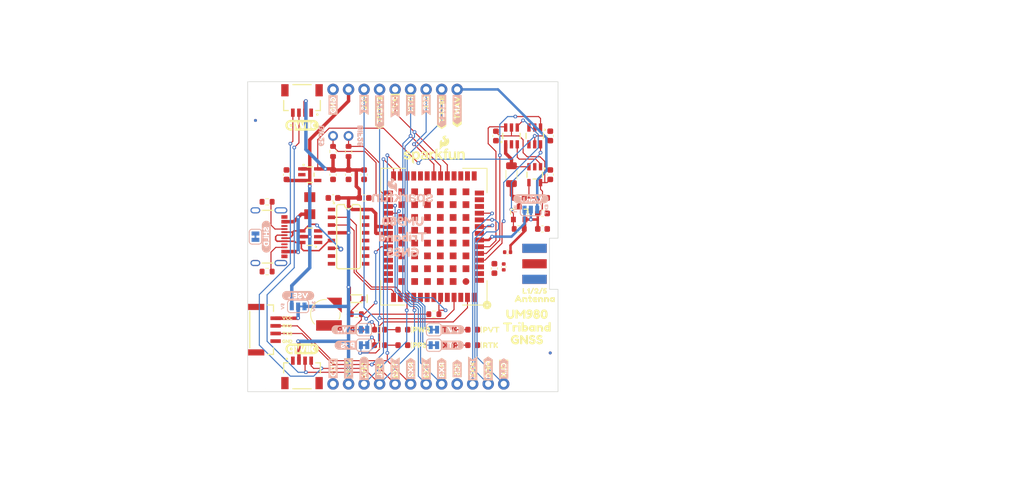
<source format=kicad_pcb>
(kicad_pcb (version 20221018) (generator pcbnew)
  (layers (0 "F.Cu" signal) (31 "B.Cu" signal) (34 "B.Paste" user) (35 "F.Paste" user) (36 "B.SilkS" user "B.Silkscreen") (37 "F.SilkS" user "F.Silkscreen") (38 "B.Mask" user) (39 "F.Mask" user) (44 "Edge.Cuts" user))
  (net 0 "")
  (net 1 "GND")
  (net 2 "+5V")
  (net 3 "+3.3V")
  (net 4 "Net-(F1-Pad1)")
  (net 5 "Net-(J1-CC1)")
  (net 6 "Net-(J1-CC2)")
  (net 8 "SDA")
  (net 9 "VCC_RF")
  (net 10 "ANT_BIAS")
  (net 11 "V_ANT_EXT")
  (net 12 "V_BCKP")
  (net 13 "Net-(D6-A2)")
  (net 14 "ANT_IN")
  (net 15 "SCL")
  (net 16 "Net-(D2-A)")
  (net 17 "Net-(D3-A)")
  (net 18 "Net-(D4-A)")
  (net 19 "PPS")
  (net 20 "RTK_STAT")
  (net 21 "PVT_STAT")
  (net 22 "RXD1")
  (net 23 "TXD1")
  (net 24 "SPI_~{CS}")
  (net 25 "SPI_PICO")
  (net 26 "SPI_CLK")
  (net 27 "SPI_POCI")
  (net 28 "ERR_STAT")
  (net 29 "RXD2")
  (net 30 "TXD2")
  (net 31 "TXD3")
  (net 32 "RXD3")
  (net 33 "EVENT")
  (net 34 "~{RESET}")
  (net 35 "ANT_OFF")
  (net 36 "ANT_DETECT")
  (net 37 "~{ANT_SHORT}")
  (net 38 "Net-(U5-BIF_28)")
  (net 39 "Net-(U5-BIF_29)")
  (net 40 "Net-(D5-PadC)")
  (net 41 "/D+")
  (net 42 "/D-")
  (net 43 "Net-(J6-Pin_1)")
  (net 44 "Net-(JP2-A)")
  (net 45 "Net-(JP3-A)")
  (net 46 "Net-(JP4-A)")
  (net 47 "Net-(JP5-A)")
  (net 48 "Net-(Q2-D)")
  (net 49 "Net-(Q2-G)")
  (net 50 "Net-(U3A--)")
  (net 51 "Net-(U3A-+)")
  (net 54 "Net-(U3-Pad1)")
  (net 64 "Net-(D1-A)")
  (net 65 "Net-(J1-SHIELD)")
  (footprint "SparkFun-Resistor:R_0603_1608Metric" (layer "F.Cu") (at 149.86 120.65)
    (fp_text reference "R10")
    (fp_text value "100k")
  )
  (footprint "kibuzzard-64C2E9FD" (layer "F.Cu") (at 147.306812 143.878694)
    (fp_text reference "kibuzzard-64C2E9FD" hide)
    (fp_text value "G***" hide)
  )
  (footprint "kibuzzard-64C2E9F9" (layer "F.Cu") (at 147.306812 141.778694)
    (fp_text reference "kibuzzard-64C2E9F9" hide)
    (fp_text value "G***" hide)
  )
  (footprint "SparkFun-Capacitor:C_0603_1608Metric" (layer "F.Cu") (at 151.13 116.84 90)
    (fp_text reference "C9")
    (fp_text value "0.1uF")
  )
  (footprint "kibuzzard-64C2E93D" (layer "F.Cu") (at 108.077 140.335)
    (fp_text reference "kibuzzard-64C2E93D" hide)
    (fp_text value "G***" hide)
  )
  (footprint "kibuzzard-64C2E6A3" (layer "F.Cu") (at 130.048 142.24)
    (fp_text reference "kibuzzard-64C2E6A3" hide)
    (fp_text value "G***" hide)
  )
  (footprint "SparkFun-LED:LED_0603_1608Metric" (layer "F.Cu") (at 127 144.78 180)
    (fp_text reference "D4")
    (fp_text value "Yellow")
  )
  (footprint "SparkFun-Semiconductor-Standard:SOT23-3" (layer "F.Cu") (at 146.05 123.19 90)
    (fp_text reference "Q2")
    (fp_text value "DMG2305UX")
  )
  (footprint "kibuzzard-64C2D8B7" (layer "F.Cu") (at 130.81 148.59 90)
    (fp_text reference "kibuzzard-64C2D8B7" hide)
    (fp_text value "G***" hide)
  )
  (footprint "SparkFun-Aesthetic:Fiducial_0.5mm_Mask1mm" (layer "F.Cu") (at 102.87 107.95)
    (fp_text reference "FID3")
    (fp_text value "Fiducial_0.5")
  )
  (footprint "SparkFun-Resistor:R_0603_1608Metric" (layer "F.Cu") (at 118.11 113.03 90)
    (fp_text reference "R14")
    (fp_text value "10k")
  )
  (footprint "kibuzzard-64C2E40D" (layer "F.Cu") (at 115.57 105.41 90)
    (fp_text reference "kibuzzard-64C2E40D" hide)
    (fp_text value "G***" hide)
  )
  (footprint "SparkFun-Resistor:R_0603_1608Metric" (layer "F.Cu") (at 134.62 144.78)
    (fp_text reference "R3")
    (fp_text value "1k")
  )
  (footprint "SparkFun-Connector:1X12" (layer "F.Cu") (at 143.51 151.13 180)
    (fp_text reference "J2")
    (fp_text value "Conn_01x12")
  )
  (footprint "SparkFun-Capacitor:C_0603_1608Metric" (layer "F.Cu") (at 118.11 116.84 -90)
    (fp_text reference "C5")
    (fp_text value "100pF")
  )
  (footprint "SparkFun-Resistor:R_0603_1608Metric" (layer "F.Cu") (at 134.62 142.24)
    (fp_text reference "R6")
    (fp_text value "2.2k")
  )
  (footprint "SparkFun-Capacitor:C_0603_1608Metric" (layer "F.Cu") (at 151.13 110.49 90)
    (fp_text reference "C11")
    (fp_text value "0.1uF")
  )
  (footprint "SparkFun-Connector:USB-C-16P" (layer "F.Cu") (at 107.95 127 -90)
    (fp_text reference "J1")
    (fp_text value "USB_C_Receptacle")
  )
  (footprint "SparkFun-Hardware:STAND-OFF" (layer "F.Cu") (at 149.86 149.86)
    (fp_text reference "ST2")
    (fp_text value "Stand_off")
  )
  (footprint "SparkFun-Resistor:R_0603_1608Metric" (layer "F.Cu") (at 146.05 120.65)
    (fp_text reference "R9")
    (fp_text value "10k")
  )
  (footprint "SparkFun-Resistor:R_0603_1608Metric" (layer "F.Cu") (at 146.05 125.73 180)
    (fp_text reference "R8")
    (fp_text value "100k")
  )
  (footprint "SparkFun-Semiconductor-Standard:SOT23-6" (layer "F.Cu") (at 144.78 110.49 90)
    (fp_text reference "U4")
    (fp_text value "74LVC2G07")
  )
  (footprint "SparkFun-Aesthetic:Ordering_Instructions" (layer "F.Cu") (at 165.1 101.6)
    (fp_text reference "U7" hide)
    (fp_text value "~" hide)
  )
  (footprint "kibuzzard-64C2E6BD" (layer "F.Cu") (at 129.794 144.78)
    (fp_text reference "kibuzzard-64C2E6BD" hide)
    (fp_text value "G***" hide)
  )
  (footprint "SparkFun-Connector:JST-4-SMD-1.25MM-LOCKING" (layer "F.Cu") (at 102.87 142.24 -90)
    (fp_text reference "J6")
    (fp_text value "JST_Locking_4")
  )
  (footprint "kibuzzard-64C2EB16" (layer "F.Cu") (at 148.59 137.16)
    (fp_text reference "kibuzzard-64C2EB16" hide)
    (fp_text value "G***" hide)
  )
  (footprint "SparkFun-Semiconductor-Standard:SOD-323" (layer "F.Cu") (at 119.38 137.16 180)
    (fp_text reference "D5")
    (fp_text value "PMEG4005EJ")
  )
  (footprint "SparkFun-Aesthetic:qwiic_5.5mm" (layer "F.Cu") (at 110.513342 145.37739)
    (fp_text reference "G2" hide)
    (fp_text value "LOGO" hide)
  )
  (footprint "SparkFun-Connector:1X09" (layer "F.Cu") (at 135.89 102.87 180)
    (fp_text reference "J8")
    (fp_text value "Conn_01x09")
  )
  (footprint "SparkFun-Resistor:R_0603_1608Metric" (layer "F.Cu") (at 104.775 121.285 180)
    (fp_text reference "R2")
    (fp_text value "5.1k")
  )
  (footprint "SparkFun-Resistor:R_0603_1608Metric" (layer "F.Cu") (at 123.19 144.78)
    (fp_text reference "R5")
    (fp_text value "2.2k")
  )
  (footprint "SparkFun-LED:LED_0603_1608Metric" (layer "F.Cu") (at 127 142.24 180)
    (fp_text reference "D1")
    (fp_text value "Red")
  )
  (footprint "SparkFun-Resistor:R_0603_1608Metric" (layer "F.Cu") (at 123.19 142.24)
    (fp_text reference "R4")
    (fp_text value "1k")
  )
  (footprint "kibuzzard-64C2E4C6" (layer "F.Cu") (at 135.89 148.59 90)
    (fp_text reference "kibuzzard-64C2E4C6" hide)
    (fp_text value "G***" hide)
  )
  (footprint "SparkFun-Capacitor:C_0603_1608Metric" (layer "F.Cu") (at 115.57 116.84 -90)
    (fp_text reference "C2")
    (fp_text value "0.1uF")
  )
  (footprint "SparkFun-LED:LED_0603_1608Metric" (layer "F.Cu") (at 138.43 144.78 180)
    (fp_text reference "D2")
    (fp_text value "White")
  )
  (footprint "SparkFun-Semiconductor-Standard:SO16" (layer "F.Cu") (at 118.11 127)
    (fp_text reference "U8")
    (fp_text value "CH340C")
  )
  (footprint "SparkFun-Aesthetic:Fiducial_0.5mm_Mask1mm" (layer "F.Cu") (at 151.13 146.05)
    (fp_text reference "FID4")
    (fp_text value "Fiducial_0.5")
  )
  (footprint "SparkFun-Connector:SMA-EDGE" (layer "F.Cu") (at 148.55315 131.445 -90)
    (fp_text reference "J5")
    (fp_text value "SMA_EdgeMount")
  )
  (footprint "kibuzzard-64C2E40D" (layer "F.Cu") (at 115.57 148.59 90)
    (fp_text reference "kibuzzard-64C2E40D" hide)
    (fp_text value "G***" hide)
  )
  (footprint "kibuzzard-64C2D8B2" (layer "F.Cu") (at 128.27 148.59 90)
    (fp_text reference "kibuzzard-64C2D8B2" hide)
    (fp_text value "G***" hide)
  )
  (footprint "kibuzzard-64C2D9AB" (layer "F.Cu") (at 143.51 148.59 90)
    (fp_text reference "kibuzzard-64C2D9AB" hide)
    (fp_text value "G***" hide)
  )
  (footprint "SparkFun-Resistor:R_0603_1608Metric" (layer "F.Cu") (at 104.775 132.715 180)
    (fp_text reference "R1")
    (fp_text value "5.1k")
  )
  (footprint "SparkFun-Hardware:STAND-OFF" (layer "F.Cu") (at 149.86 104.14)
    (fp_text reference "ST1")
    (fp_text value "Stand_off")
  )
  (footprint "SparkFun-Semiconductor-Standard:SOT23-5" (layer "F.Cu") (at 111.76 116.84)
    (fp_text reference "U2")
    (fp_text value "AP2112K-3.3")
  )
  (footprint "SparkFun-Capacitor:C_0603_1608Metric" (layer "F.Cu") (at 149.86 123.19)
    (fp_text reference "C4")
    (fp_text value "0.1uF")
  )
  (footprint "kibuzzard-64C2E6C9" (layer "F.Cu") (at 141.478 142.24)
    (fp_text reference "kibuzzard-64C2E6C9" hide)
    (fp_text value "G***" hide)
  )
  (footprint "SparkFun-Aesthetic:SparkFun_Logo_10mm" (layer "F.Cu") (at 132.08 113.665)
    (fp_text reference "G***")
    (fp_text value "LOGO" hide)
  )
  (footprint "SparkFun-Capacitor:C_0603_1608Metric" (layer "F.Cu") (at 120.65 116.84 -90)
    (fp_text reference "C8")
    (fp_text value "1.0uF")
  )
  (footprint "SparkFun-Resistor:R_0603_1608Metric" (layer "F.Cu") (at 132.08 139.7)
    (fp_text reference "R12")
    (fp_text value "10k")
  )
  (footprint "SparkFun-Fuse:1206" (layer "F.Cu") (at 111.76 121.92 90)
    (fp_text reference "F1")
    (fp_text value "6V/0.75A/1.5A")
  )
  (footprint "SparkFun-LED:LED_0603_1608Metric" (layer "F.Cu") (at 138.43 142.24 180)
    (fp_text reference "D3")
    (fp_text value "Blue")
  )
  (footprint "kibuzzard-64C2E946" (layer "F.Cu") (at 108.077 142.875)
    (fp_text reference "kibuzzard-64C2E946" hide)
    (fp_text value "G***" hide)
  )
  (footprint "kibuzzard-64C2E546" (layer "F.Cu") (at 128.27 105.41 90)
    (fp_text reference "kibuzzard-64C2E546" hide)
    (fp_text value "G***" hide)
  )
  (footprint "kibuzzard-64C2E581" (layer "F.Cu") (at 133.35 106.68 90)
    (fp_text reference "kibuzzard-64C2E581" hide)
    (fp_text value "G***" hide)
  )
  (footprint "SparkFun-Capacitor:C_0603_1608Metric" (layer "F.Cu") (at 141.986 132.207 -90)
    (fp_text reference "C7")
    (fp_text value "100pF")
  )
  (footprint "SparkFun-Aesthetic:qwiic_5.5mm" (layer "F.Cu") (at 110.489999 108.740072)
    (fp_text reference "G4" hide)
    (fp_text value "LOGO" hide)
  )
  (footprint "SparkFun-Capacitor:C_0603_1608Metric" (layer "F.Cu") (at 142.24 110.49 -90)
    (fp_text reference "C10")
    (fp_text value "0.1uF")
  )
  (footprint "SparkFun-Connector:JST04_1MM_RA" (layer "F.Cu") (at 110.49 106.68 180)
    (fp_text reference "J7")
    (fp_text value "Qwiic_RA")
  )
  (footprint "SparkFun-Semiconductor-Standard:SOT23-6" (layer "F.Cu") (at 148.59 110.49 -90)
    (fp_text reference "U6")
    (fp_text value "74LVC2G07")
  )
  (footprint "kibuzzard-64C2E51E" (layer "F.Cu") (at 120.65 105.41 90)
    (fp_text reference "kibuzzard-64C2E51E" hide)
    (fp_text value "G***" hide)
  )
  (footprint "kibuzzard-64C2E9F4" (layer "F.Cu") (at 147.32 139.7)
    (fp_text reference "kibuzzard-64C2E9F4" hide)
    (fp_text value "G***" hide)
  )
  (footprint "kibuzzard-64C2D8BD" (layer "F.Cu") (at 133.35 148.59 90)
    (fp_text reference "kibuzzard-64C2D8BD" hide)
    (fp_text value "G***" hide)
  )
  (footprint "kibuzzard-64C2E532" (layer "F.Cu") (at 123.19 106.68 90)
    (fp_text reference "kibuzzard-64C2E532" hide)
    (fp_text value "G***" hide)
  )
  (footprint "SparkFun-Capacitor:C_0603_1608Metric" (layer "F.Cu") (at 120.65 120.65)
    (fp_text reference "C12")
    (fp_text value "2.2uF")
  )
  (footprint "kibuzzard-64C2EB11" (layer "F.Cu") (at 148.59 135.89)
    (fp_text reference "kibuzzard-64C2EB11" hide)
    (fp_text value "G***" hide)
  )
  (footprint "kibuzzard-64C2E3AA" (layer "F.Cu") (at 120.65 148.59 90)
    (fp_text reference "kibuzzard-64C2E3AA" hide)
    (fp_text value "G***" hide)
  )
  (footprint "kibuzzard-64C2E925" (layer "F.Cu") (at 108.077 141.605)
    (fp_text reference "kibuzzard-64C2E925" hide)
    (fp_text value "G***" hide)
  )
  (footprint "kibuzzard-64C2E941" (layer "F.Cu") (at 108.077 144.145)
    (fp_text reference "kibuzzard-64C2E941" hide)
    (fp_text value "G***" hide)
  )
  (footprint "SparkFun-Capacitor:C_0603_1608Metric" (layer "F.Cu") (at 149.86 125.73)
    (fp_text reference "C6")
    (fp_text value "100pF")
  )
  (footprint "kibuzzard-64C2E3B2" (layer "F.Cu") (at 123.19 148.59 90)
    (fp_text reference "kibuzzard-64C2E3B2" hide)
    (fp_text value "G***" hide)
  )
  (footprint "kibuzzard-64C2D8A6" (layer "F.Cu") (at 125.73 148.59 90)
    (fp_text reference "kibuzzard-64C2D8A6" hide)
    (fp_text value "G***" hide)
  )
  (footprint "SparkFun-Connector:1X01" (layer "F.Cu") (at 115.57 110.49 -90)
    (fp_text reference "TP2")
    (fp_text value "TestPoint")
  )
  (footprint "kibuzzard-64C2E41E" (layer "F.Cu") (at 118.11 148.59 90)
    (fp_text reference "kibuzzard-64C2E41E" hide)
    (fp_text value "G***" hide)
  )
  (footprint "SparkFun-Capacitor:C_0603_1608Metric" (layer "F.Cu") (at 107.95 116.84 90)
    (fp_text reference "C1")
    (fp_text value "0.1uF")
  )
  (footprint "kibuzzard-64C2E6D6" (layer "F.Cu") (at 141.351 144.78)
    (fp_text reference "kibuzzard-64C2E6D6" hide)
    (fp_text value "G***" hide)
  )
  (footprint "SparkFun-Semiconductor-Standard:SOT23-6" (layer "F.Cu") (at 111.76 127 180)
    (fp_text reference "U1")
    (fp_text value "TVS_DIODE_ARRAY")
  )
  (footprint "SparkFun-Battery:ML414H_IV01E" (layer "F.Cu") (at 114.3 139.7)
    (fp_text reference "BT1")
    (fp_text value "6.8mm_Coin_Cell")
  )
  (footprint "SparkFun-Capacitor:C_0603_1608Metric" (layer "F.Cu") (at 115.57 120.65 180)
    (fp_text reference "C13")
    (fp_text value "100pF")
  )
  (footprint "kibuzzard-64C2E54E" (layer "F.Cu") (at 130.81 105.41 90)
    (fp_text reference "kibuzzard-64C2E54E" hide)
    (fp_text value "G***" hide)
  )
  (footprint "SparkFun-Connector:JST04_1MM_RA" (layer "F.Cu") (at 110.49 147.32)
    (fp_text reference "J4")
    (fp_text value "Qwiic_RA")
  )
  (footprint "SparkFun-Hardware:STAND-OFF" (layer "F.Cu") (at 104.14 104.14)
    (fp_text reference "ST3")
    (fp_text value "Stand_off")
  )
  (footprint "SparkFun-Capacitor:C_0603_1608Metric" (layer "F.Cu") (at 119.38 142.24)
    (fp_text reference "C3")
    (fp_text value "1.0uF")
  )
  (footprint "SparkFun-Capacitor:C_0402_1005Metric" (layer "F.Cu") (at 144.145 129.54)
    (fp_text reference "L1")
    (fp_text value "68nH")
  )
  (footprint "SparkFun-Resistor:R_0603_1608Metric" (layer "F.Cu") (at 115.57 113.03 90)
    (fp_text reference "R13")
    (fp_text value "10k")
  )
  (footprint "SparkFun-Aesthetic:Creative_Commons_License" (layer "F.Cu") (at 107.95 163.83)
    (fp_text reference "G1" hide)
    (fp_text value "OSHW_Logo" hide)
  )
  (footprint "SparkFun-Resistor:R_1206_3216Metric" (layer "F.Cu") (at 144.78 116.84 90)
    (fp_text reference "R11")
    (fp_text value "10")
  )
  (footprint "SparkFun-Semiconductor-Standard:SOT23-5" (layer "F.Cu") (at 148.59 116.84 -90)
    (fp_text reference "U3")
    (fp_text value "MCP6021T")
  )
  (footprint "kibuzzard-64C2D98D" (layer "F.Cu") (at 138.43 148.59 90)
    (fp_text reference "kibuzzard-64C2D98D" hide)
    (fp_text value "G***" hide)
  )
  (footprint "SparkFun-Resistor:R_0603_1608Metric" (layer "F.Cu") (at 119.38 139.7)
    (fp_text reference "R7")
    (fp_text value "1k")
  )
  (footprint "SparkFun-Capacitor:C_0402_1005Metric" (layer "F.Cu") (at 143.51 131.953 90)
    (fp_text reference "D6")
    (fp_text value "PESD0402")
  )
  (footprint "kibuzzard-64C2E53F" (layer "F.Cu") (at 125.73 105.41 90)
    (fp_text reference "kibuzzard-64C2E53F" hide)
    (fp_text value "G***" hide)
  )
  (footprint "kibuzzard-64C2D999" (layer "F.Cu") (at 140.97 148.59 90)
    (fp_text reference "kibuzzard-64C2D999" hide)
    (fp_text value "G***" hide)
  )
  (footprint "SparkFun-Connector:1X01" (layer "F.Cu") (at 118.11 110.49 -90)
    (fp_text reference "TP1")
    (fp_text value "TestPoint")
  )
  (footprint "kibuzzard-64C2E5B7" (layer "F.Cu") (at 135.89 106.68 90)
    (fp_text reference "kibuzzard-64C2E5B7" hide)
    (fp_text value "G***" hide)
  )
  (footprint "SparkFun-Hardware:STAND-OFF" (layer "F.Cu") (at 104.14 149.86)
    (fp_text reference "ST4")
    (fp_text value "Stand_off")
  )
  (footprint "SparkFun-GPS:UM980" (layer "F.Cu") (at 132.08 127 90)
    (fp_text reference "U5")
    (fp_text value "UM980")
  )
  (footprint "kibuzzard-64C2E4EF" (layer "B.Cu") (at 140.97 148.59 -90)
    (fp_text reference "kibuzzard-64C2E4EF" hide)
    (fp_text value "G***" hide)
  )
  (footprint "kibuzzard-64C2E4D6" (layer "B.Cu") (at 135.89 148.59 -90)
    (fp_text reference "kibuzzard-64C2E4D6" hide)
    (fp_text value "G***" hide)
  )
  (footprint "kibuzzard-64C2E47D" (layer "B.Cu") (at 120.65 148.59 -90)
    (fp_text reference "kibuzzard-64C2E47D" hide)
    (fp_text value "G***" hide)
  )
  (footprint "SparkFun-Jumper:SMT-JUMPER_2_NC_TRACE_SILK" (layer "B.Cu") (at 120.65 144.78 180)
    (fp_text reference "JP3")
    (fp_text value "~")
  )
  (footprint "kibuzzard-64C3DF93" (layer "B.Cu") (at 104.647542 127 -90)
    (fp_text reference "kibuzzard-64C3DF93" hide)
    (fp_text value "G***" hide)
  )
  (footprint "kibuzzard-64C2EADB" (layer "B.Cu") (at 113.665 110.49 -90)
    (fp_text reference "kibuzzard-64C2EADB" hide)
    (fp_text value "G***" hide)
  )
  (footprint "kibuzzard-64C414AC" (layer "B.Cu") (at 150.495 122.555 -90)
    (fp_text reference "kibuzzard-64C414AC" hide)
    (fp_text value "G***" hide)
  )
  (footprint "kibuzzard-64C41486" (layer "B.Cu") (at 147.95958 120.786344 180)
    (fp_text reference "kibuzzard-64C41486" hide)
    (fp_text value "G***" hide)
  )
  (footprint "kibuzzard-64C2E4AA" (layer "B.Cu") (at 130.81 148.59 -90)
    (fp_text reference "kibuzzard-64C2E4AA" hide)
    (fp_text value "G***" hide)
  )
  (footprint "SparkFun-Jumper:SMT-JUMPER_2_NC_TRACE_SILK" (layer "B.Cu") (at 102.87 127 -90)
    (fp_text reference "JP7")
    (fp_text value "~")
  )
  (footprint "kibuzzard-64C2E706" (layer "B.Cu") (at 117.348 142.24 180)
    (fp_text reference "kibuzzard-64C2E706" hide)
    (fp_text value "G***" hide)
  )
  (footprint "SparkFun-Jumper:SMT-JUMPER_3_1-NC_TRACE_SILK" (layer "B.Cu") (at 109.855 138.43 180)
    (fp_text reference "JP6")
    (fp_text value "~")
  )
  (footprint "kibuzzard-64C2E9F4" (layer "B.Cu") (at 127 124.46 180)
    (fp_text reference "kibuzzard-64C2E9F4" hide)
    (fp_text value "G***" hide)
  )
  (footprint "kibuzzard-64C2E4E9" (layer "B.Cu") (at 138.43 148.59 -90)
    (fp_text reference "kibuzzard-64C2E4E9" hide)
    (fp_text value "G***" hide)
  )
  (footprint "kibuzzard-64C2E4A6" (layer "B.Cu") (at 128.27 148.59 -90)
    (fp_text reference "kibuzzard-64C2E4A6" hide)
    (fp_text value "G***" hide)
  )
  (footprint "kibuzzard-64C2EA7C" (layer "B.Cu") (at 125.73 105.664 -90)
    (fp_text reference "kibuzzard-64C2EA7C" hide)
    (fp_text value "G***" hide)
  )
  (footprint "SparkFun-Jumper:SMT-JUMPER_3_1-NC_TRACE_SILK" (layer "B.Cu") (at 147.955 122.555)
    (fp_text reference "JP1")
    (fp_text value "~")
  )
  (footprint "kibuzzard-64C2EA9A" (layer "B.Cu") (at 135.89 106.172 -90)
    (fp_text reference "kibuzzard-64C2EA9A" hide)
    (fp_text value "G***" hide)
  )
  (footprint "SparkFun-Aesthetic:Fiducial_0.5mm_Mask1mm" (layer "B.Cu") (at 102.87 107.95 180)
    (fp_text reference "FID2")
    (fp_text value "Fiducial_0.5")
  )
  (footprint "kibuzzard-64C2E77C" (layer "B.Cu") (at 135.128 142.24 180)
    (fp_text reference "kibuzzard-64C2E77C" hide)
    (fp_text value "G***" hide)
  )
  (footprint "SparkFun-Aesthetic:Fiducial_0.5mm_Mask1mm" (layer "B.Cu") (at 151.13 146.05 180)
    (fp_text reference "FID1")
    (fp_text value "Fiducial_0.5")
  )
  (footprint "kibuzzard-64C2EA6A" (layer "B.Cu") (at 123.19 106.553 -90)
    (fp_text reference "kibuzzard-64C2EA6A" hide)
    (fp_text value "G***" hide)
  )
  (footprint "kibuzzard-64C2EA8F" (layer "B.Cu") (at 133.35 106.426 -90)
    (fp_text reference "kibuzzard-64C2EA8F" hide)
    (fp_text value "G***" hide)
  )
  (footprint "SparkFun-Aesthetic:SparkFun_Logo_10mm" (layer "B.Cu") (at 127 120.65 180)
    (fp_text reference "G***")
    (fp_text value "LOGO" hide)
  )
  (footprint "kibuzzard-64C2E9FD" (layer "B.Cu") (at 127 129.54 180)
    (fp_text reference "kibuzzard-64C2E9FD" hide)
    (fp_text value "G***" hide)
  )
  (footprint "kibuzzard-64C2EAF0" (layer "B.Cu") (at 120.015 110.49 -90)
    (fp_text reference "kibuzzard-64C2EAF0" hide)
    (fp_text value "G***" hide)
  )
  (footprint "kibuzzard-64C2EA86" (layer "B.Cu") (at 130.81 105.41 -90)
    (fp_text reference "kibuzzard-64C2EA86" hide)
    (fp_text value "G***" hide)
  )
  (footprint "SparkFun-Jumper:SMT-JUMPER_2_NC_TRACE_SILK" (layer "B.Cu") (at 132.08 142.24 180)
    (fp_text reference "JP4")
    (fp_text value "~")
  )
  (footprint "kibuzzard-64C2EA4C" (layer "B.Cu") (at 120.65 105.41 -90)
    (fp_text reference "kibuzzard-64C2EA4C" hide)
    (fp_text value "G***" hide)
  )
  (footprint "kibuzzard-64C2E497" (layer "B.Cu") (at 125.73 148.59 -90)
    (fp_text reference "kibuzzard-64C2E497" hide)
    (fp_text value "G***" hide)
  )
  (footprint "kibuzzard-64C2E713" (layer "B.Cu") (at 117.602 144.78 180)
    (fp_text reference "kibuzzard-64C2E713" hide)
    (fp_text value "G***" hide)
  )
  (footprint "kibuzzard-64C2E455" (layer "B.Cu") (at 118.11 148.59 -90)
    (fp_text reference "kibuzzard-64C2E455" hide)
    (fp_text value "G***" hide)
  )
  (footprint "kibuzzard-64C2E486" (layer "B.Cu") (at 123.19 148.59 -90)
    (fp_text reference "kibuzzard-64C2E486" hide)
    (fp_text value "G***" hide)
  )
  (footprint "kibuzzard-64C2EA81" (layer "B.Cu") (at 128.27 105.537 -90)
    (fp_text reference "kibuzzard-64C2EA81" hide)
    (fp_text value "G***" hide)
  )
  (footprint "kibuzzard-64C2E9A2" (layer "B.Cu") (at 109.855 136.652 180)
    (fp_text reference "kibuzzard-64C2E9A2" hide)
    (fp_text value "G***" hide)
  )
  (footprint "SparkFun-Jumper:SMT-JUMPER_2_NC_TRACE_SILK" (layer "B.Cu") (at 120.65 142.24 180)
    (fp_text reference "JP2")
    (fp_text value "~")
  )
  (footprint "kibuzzard-64C2E9F9" (layer "B.Cu") (at 127 127 180)
    (fp_text reference "kibuzzard-64C2E9F9" hide)
    (fp_text value "G***" hide)
  )
  (footprint "kibuzzard-64C2E4B1" (layer "B.Cu") (at 133.35 148.59 -90)
    (fp_text reference "kibuzzard-64C2E4B1" hide)
    (fp_text value "G***" hide)
  )
  (footprint "kibuzzard-64C2E728" (layer "B.Cu") (at 135.128 144.78 180)
    (fp_text reference "kibuzzard-64C2E728" hide)
    (fp_text value "G***" hide)
  )
  (footprint "kibuzzard-64C2E46E" (layer "B.Cu") (at 115.57 105.41 -90)
    (fp_text reference "kibuzzard-64C2E46E" hide)
    (fp_text value "G***" hide)
  )
  (footprint "kibuzzard-64C414C1" (layer "B.Cu") (at 145.415 122.555 -90)
    (fp_text reference "kibuzzard-64C414C1" hide)
    (fp_text value "G***" hide)
  )
  (footprint "SparkFun-Jumper:SMT-JUMPER_2_NC_TRACE_SILK" (layer "B.Cu") (at 132.08 144.78 180)
    (fp_text reference "JP5")
    (fp_text value "~")
  )
  (footprint "kibuzzard-64C2E4F9" (layer "B.Cu") (at 143.51 148.59 -90)
    (fp_text reference "kibuzzard-64C2E4F9" hide)
    (fp_text value "G***" hide)
  )
  (footprint "kibuzzard-64C2E46E" (layer "B.Cu") (at 115.57 148.59 -90)
    (fp_text reference "kibuzzard-64C2E46E" hide)
    (fp_text value "G***" hide)
  )
  (footprint "kibuzzard-64C2E997" (layer "B.Cu") (at 112.395 138.43 -90)
    (fp_text reference "kibuzzard-64C2E997" hide)
    (fp_text value "G***" hide)
  )
  (footprint "kibuzzard-64C2E992" (layer "B.Cu") (at 107.315 138.43 -90)
    (fp_text reference "kibuzzard-64C2E992" hide)
    (fp_text value "G***" hide)
  )
  (gr_poly (pts (xy 101.6 152.4) (xy 101.6 101.6) (xy 152.4 101.6) (xy 152.4 127.254) (xy 151.003 127.254) (xy 151.003 135.636) (xy 152.4 135.636) (xy 152.4 152.4)) (stroke (width 0.1)) (fill none) (layer "Edge.Cuts"))
  (segment (start 111.76 120.52) (end 111.76 118.745) (width 0.5588) (layer "F.Cu") (net 2))
  (segment (start 111.76 118.745) (end 111.76 117.6487) (width 0.5588) (layer "F.Cu") (net 2))
  (segment (start 110.3849 127) (end 111.76 127) (width 0.5588) (layer "F.Cu") (net 2))
  (segment (start 108.125 117.79) (end 107.95 117.615) (width 0.5588) (layer "F.Cu") (net 2))
  (segment (start 118.11 104.775) (end 111.76 111.125) (width 0.5588) (layer "F.Cu") (net 2))
  (segment (start 111.6187 117.79) (end 110.4599 117.79) (width 0.5588) (layer "F.Cu") (net 2))
  (segment (start 111.76 116.205) (end 111.76 117.6487) (width 0.5588) (layer "F.Cu") (net 2))
  (segment (start 111.76 111.125) (end 111.76 116.205) (width 0.5588) (layer "F.Cu") (net 2))
  (segment (start 110.4599 115.89) (end 111.445 115.89) (width 0.5588) (layer "F.Cu") (net 2))
  (segment (start 110.4599 117.79) (end 108.125 117.79) (width 0.5588) (layer "F.Cu") (net 2))
  (segment (start 118.11 102.87) (end 118.11 104.775) (width 0.5588) (layer "F.Cu") (net 2))
  (segment (start 111.76 117.6487) (end 111.6187 117.79) (width 0.5588) (layer "F.Cu") (net 2))
  (via (at 111.76 127) (size 0.6096) (drill 0.3048) (layers "F.Cu" "B.Cu") (net 2))
  (via (at 111.76 118.745) (size 0.6096) (drill 0.3048) (layers "F.Cu" "B.Cu") (net 2))
  (segment (start 111.76 132.08) (end 111.76 127) (width 0.5588) (layer "B.Cu") (net 2))
  (segment (start 108.8136 138.43) (end 108.8136 135.0264) (width 0.5588) (layer "B.Cu") (net 2))
  (segment (start 108.9025 134.9375) (end 111.76 132.08) (width 0.5588) (layer "B.Cu") (net 2))
  (segment (start 108.8136 135.0264) (end 108.9025 134.9375) (width 0.5588) (layer "B.Cu") (net 2))
  (segment (start 111.76 127) (end 111.76 118.745) (width 0.5588) (layer "B.Cu") (net 2))
  (segment (start 149.225 110.49) (end 150.355 110.49) (width 0.1778) (layer "F.Cu") (net 3))
  (segment (start 148.59 111.8651) (end 148.59 110.49) (width 0.1778) (layer "F.Cu") (net 3))
  (segment (start 129.54 114.935) (end 123.825 109.22) (width 0.1778) (layer "F.Cu") (net 3))
  (segment (start 131.255 139.7) (end 121.787894 139.7) (width 0.1778) (layer "F.Cu") (net 3))
  (segment (start 119.875 119.24) (end 119.38 118.745) (width 0.5588) (layer "F.Cu") (net 3))
  (segment (start 122.555 126.365) (end 122.555 125.095) (width 0.5588) (layer "F.Cu") (net 3))
  (segment (start 118.11 121.92) (end 118.11 120.65) (width 0.5588) (layer "F.Cu") (net 3))
  (segment (start 122.555 123.19) (end 121.92 122.555) (width 0.5588) (layer "F.Cu") (net 3))
  (segment (start 118.745 122.555) (end 118.11 121.92) (width 0.5588) (layer "F.Cu") (net 3))
  (segment (start 113.0601 111.0949) (end 113.0601 115.89) (width 0.1778) (layer "F.Cu") (net 3))
  (segment (start 121.92 122.555) (end 120.91 122.555) (width 0.5588) (layer "F.Cu") (net 3))
  (segment (start 118.11 122.555) (end 118.11 121.92) (width 0.5588) (layer "F.Cu") (net 3))
  (segment (start 119.38 116.065) (end 120.65 116.065) (width 0.5588) (layer "F.Cu") (net 3))
  (segment (start 115.31 126.365) (end 118.11 126.365) (width 0.5588) (layer "F.Cu") (net 3))
  (segment (start 124.63 125.35) (end 122.81 125.35) (width 0.5588) (layer "F.Cu") (net 3))
  (segment (start 124.63 126.45) (end 122.64 126.45) (width 0.5588) (layer "F.Cu") (net 3))
  (segment (start 121.787894 139.7) (end 121.035617 140.452277) (width 0.1778) (layer "F.Cu") (net 3))
  (segment (start 150.355 110.49) (end 151.13 111.265) (width 0.1778) (layer "F.Cu") (net 3))
  (segment (start 118.23 135.375) (end 118.11 135.255) (width 0.5588) (layer "F.Cu") (net 3))
  (segment (start 119.875 120.65) (end 119.875 119.24) (width 0.5588) (layer "F.Cu") (net 3))
  (segment (start 115.395 115.89) (end 115.57 116.065) (width 0.5588) (layer "F.Cu") (net 3))
  (segment (start 118.11 116.065) (end 119.38 116.065) (width 0.5588) (layer "F.Cu") (net 3))
  (segment (start 118.23 137.16) (end 118.23 135.375) (width 0.5588) (layer "F.Cu") (net 3))
  (segment (start 118.11 113.855) (end 118.11 116.065) (width 0.5588) (layer "F.Cu") (net 3))
  (segment (start 120.91 122.555) (end 118.745 122.555) (width 0.5588) (layer "F.Cu") (net 3))
  (segment (start 123.825 109.22) (end 114.935 109.22) (width 0.1778) (layer "F.Cu") (net 3))
  (segment (start 149.225 110.49) (end 148.59 110.49) (width 0.1778) (layer "F.Cu") (net 3))
  (segment (start 110.99 104.91) (end 111.125 104.775) (width 0.5588) (layer "F.Cu") (net 3))
  (segment (start 119.38 118.745) (end 119.38 116.065) (width 0.5588) (layer "F.Cu") (net 3))
  (segment (start 113.0601 115.89) (end 114.3 115.89) (width 0.5588) (layer "F.Cu") (net 3))
  (segment (start 115.57 113.855) (end 115.57 116.065) (width 0.5588) (layer "F.Cu") (net 3))
  (segment (start 122.64 126.45) (end 122.555 126.365) (width 0.5588) (layer "F.Cu") (net 3))
  (segment (start 118.11 120.65) (end 119.875 120.65) (width 0.5588) (layer "F.Cu") (net 3))
  (segment (start 109.99 147.32) (end 109.99 144.28) (width 0.5588) (layer "F.Cu") (net 3))
  (segment (start 110.99 106.68) (end 110.99 104.91) (width 0.5588) (layer "F.Cu") (net 3))
  (segment (start 114.3 115.89) (end 115.395 115.89) (width 0.5588) (layer "F.Cu") (net 3))
  (segment (start 122.555 125.095) (end 122.555 123.19) (width 0.5588) (layer "F.Cu") (net 3))
  (segment (start 121.035617 140.452277) (end 121.002043 140.452277) (width 0.1778) (layer "F.Cu") (net 3))
  (segment (start 116.345 120.65) (end 118.11 120.65) (width 0.5588) (layer "F.Cu") (net 3))
  (segment (start 109.99 144.28) (end 109.855 144.145) (width 0.5588) (layer "F.Cu") (net 3))
  (segment (start 114.935 109.22) (end 113.0601 111.0949) (width 0.1778) (layer "F.Cu") (net 3))
  (segment (start 115.57 116.065) (end 118.11 116.065) (width 0.5588) (layer "F.Cu") (net 3))
  (via (at 118.11 122.555) (size 0.6096) (drill 0.3048) (layers "F.Cu" "B.Cu") (net 3))
  (via (at 118.11 135.255) (size 0.6096) (drill 0.3048) (layers "F.Cu" "B.Cu") (net 3))
  (via (at 109.855 144.145) (size 0.6096) (drill 0.3048) (layers "F.Cu" "B.Cu") (net 3))
  (via (at 114.3 115.89) (size 0.6096) (drill 0.3048) (layers "F.Cu" "B.Cu") (net 3))
  (via (at 121.002043 140.452277) (size 0.6096) (drill 0.3048) (layers "F.Cu" "B.Cu") (net 3))
  (via (at 129.54 114.935) (size 0.6096) (drill 0.3048) (layers "F.Cu" "B.Cu") (net 3))
  (via (at 148.59 110.49) (size 0.6096) (drill 0.3048) (layers "F.Cu" "B.Cu") (net 3))
  (via (at 118.11 126.365) (size 0.6096) (drill 0.3048) (layers "F.Cu" "B.Cu") (net 3))
  (via (at 111.125 104.775) (size 0.6096) (drill 0.3048) (layers "F.Cu" "B.Cu") (net 3))
  (segment (start 118.11 138.43) (end 111.1122 138.43) (width 0.5588) (layer "B.Cu") (net 3))
  (segment (start 118.11 151.13) (end 118.11 144.145) (width 0.5588) (layer "B.Cu") (net 3))
  (segment (start 118.11 135.255) (end 118.11 126.365) (width 0.5588) (layer "B.Cu") (net 3))
  (segment (start 109.855 144.145) (end 118.11 144.145) (width 0.5588) (layer "B.Cu") (net 3))
  (segment (start 118.11 144.145) (end 118.11 142.24) (width 0.5588) (layer "B.Cu") (net 3))
  (segment (start 144.78 114.3) (end 137.16 114.3) (width 0.1778) (layer "B.Cu") (net 3))
  (segment (start 118.11 142.24) (end 118.11 139.7) (width 0.5588) (layer "B.Cu") (net 3))
  (segment (start 111.125 104.775) (end 111.125 112.715) (width 0.5588) (layer "B.Cu") (net 3))
  (segment (start 120.1293 142.24) (end 118.11 142.24) (width 0.1778) (layer "B.Cu") (net 3))
  (segment (start 121.002043 140.452277) (end 120.249766 139.7) (width 0.1778) (layer "B.Cu") (net 3))
  (segment (start 118.11 138.43) (end 118.11 135.255) (width 0.5588) (layer "B.Cu") (net 3))
  (segment (start 148.59 110.49) (end 144.78 114.3) (width 0.1778) (layer "B.Cu") (net 3))
  (segment (start 118.11 139.7) (end 118.11 138.43) (width 0.5588) (layer "B.Cu") (net 3))
  (segment (start 120.249766 139.7) (end 118.11 139.7) (width 0.1778) (layer "B.Cu") (net 3))
  (segment (start 111.125 112.715) (end 114.3 115.89) (width 0.5588) (layer "B.Cu") (net 3))
  (segment (start 137.16 114.3) (end 130.175 114.3) (width 0.1778) (layer "B.Cu") (net 3))
  (segment (start 130.175 114.3) (end 129.54 114.935) (width 0.1778) (layer "B.Cu") (net 3))
  (segment (start 118.11 126.365) (end 118.11 122.555) (width 0.5588) (layer "B.Cu") (net 3))
  (segment (start 109.855 123.825) (end 110.36 123.32) (width 0.5588) (layer "F.Cu") (net 4))
  (segment (start 110.36 123.32) (end 111.76 123.32) (width 0.5588) (layer "F.Cu") (net 4))
  (segment (start 107.61 124.55) (end 109.13 124.55) (width 0.5588) (layer "F.Cu") (net 4))
  (segment (start 109.765 129.45) (end 109.855 129.54) (width 0.5588) (layer "F.Cu") (net 4))
  (segment (start 107.61 129.45) (end 109.765 129.45) (width 0.5588) (layer "F.Cu") (net 4))
  (segment (start 109.13 124.55) (end 109.855 123.825) (width 0.5588) (layer "F.Cu") (net 4))
  (via (at 109.855 129.54) (size 0.6096) (drill 0.3048) (layers "F.Cu" "B.Cu") (net 4))
  (via (at 109.855 123.825) (size 0.6096) (drill 0.3048) (layers "F.Cu" "B.Cu") (net 4))
  (segment (start 109.855 129.54) (end 109.855 123.825) (width 0.5588) (layer "B.Cu") (net 4))
  (segment (start 106.065 125.75) (end 105.41 125.095) (width 0.1778) (layer "F.Cu") (net 5))
  (segment (start 105.41 121.475) (end 105.6 121.285) (width 0.1778) (layer "F.Cu") (net 5))
  (segment (start 107.61 125.75) (end 106.065 125.75) (width 0.1778) (layer "F.Cu") (net 5))
  (segment (start 105.41 125.095) (end 105.41 121.475) (width 0.1778) (layer "F.Cu") (net 5))
  (segment (start 105.41 132.525) (end 105.6 132.715) (width 0.1778) (layer "F.Cu") (net 6))
  (segment (start 107.61 128.75) (end 106.2 128.75) (width 0.1778) (layer "F.Cu") (net 6))
  (segment (start 106.2 128.75) (end 105.41 129.54) (width 0.1778) (layer "F.Cu") (net 6))
  (segment (start 105.41 129.54) (end 105.41 132.525) (width 0.1778) (layer "F.Cu") (net 6))
  (segment (start 120.015 149.225) (end 111.125 149.225) (width 0.1778) (layer "F.Cu") (net 8))
  (segment (start 120.65 149.86) (end 120.015 149.225) (width 0.1778) (layer "F.Cu") (net 8))
  (segment (start 120.65 151.13) (end 120.65 149.86) (width 0.1778) (layer "F.Cu") (net 8))
  (segment (start 127.68 139.02) (end 127.635 139.065) (width 0.1778) (layer "F.Cu") (net 8))
  (segment (start 127.68 136.95) (end 127.68 139.02) (width 0.1778) (layer "F.Cu") (net 8))
  (segment (start 110.99 149.09) (end 111.125 149.225) (width 0.1778) (layer "F.Cu") (net 8))
  (segment (start 110.99 147.32) (end 110.99 149.09) (width 0.1778) (layer "F.Cu") (net 8))
  (segment (start 109.99 106.68) (end 109.99 111.625) (width 0.1778) (layer "F.Cu") (net 8))
  (segment (start 109.99 111.625) (end 109.22 112.395) (width 0.1778) (layer "F.Cu") (net 8))
  (via (at 109.22 112.395) (size 0.6096) (drill 0.3048) (layers "F.Cu" "B.Cu") (net 8))
  (via (at 127.635 139.065) (size 0.6096) (drill 0.3048) (layers "F.Cu" "B.Cu") (net 8))
  (via (at 111.125 149.225) (size 0.6096) (drill 0.3048) (layers "F.Cu" "B.Cu") (net 8))
  (segment (start 104.775 144.145) (end 104.775 136.525) (width 0.1778) (layer "B.Cu") (net 8))
  (segment (start 127.635 139.065) (end 127.635 144.145) (width 0.1778) (layer "B.Cu") (net 8))
  (segment (start 109.22 132.08) (end 109.22 112.395) (width 0.1778) (layer "B.Cu") (net 8))
  (segment (start 127.635 144.145) (end 120.65 151.13) (width 0.1778) (layer "B.Cu") (net 8))
  (segment (start 111.125 149.225) (end 109.855 149.225) (width 0.1778) (layer "B.Cu") (net 8))
  (segment (start 109.855 149.225) (end 104.775 144.145) (width 0.1778) (layer "B.Cu") (net 8))
  (segment (start 104.775 136.525) (end 109.22 132.08) (width 0.1778) (layer "B.Cu") (net 8))
  (segment (start 141.055 127.55) (end 141.605 127) (width 0.4064) (layer "F.Cu") (net 9))
  (segment (start 139.53 127.55) (end 141.055 127.55) (width 0.4064) (layer "F.Cu") (net 9))
  (via (at 141.605 127) (size 0.6096) (drill 0.3048) (layers "F.Cu" "B.Cu") (net 9))
  (segment (start 146.9136 124.8664) (end 146.9136 122.555) (width 0.4064) (layer "B.Cu") (net 9))
  (segment (start 141.605 127) (end 144.78 127) (width 0.4064) (layer "B.Cu") (net 9))
  (segment (start 144.78 127) (end 146.9136 124.8664) (width 0.4064) (layer "B.Cu") (net 9))
  (segment (start 146.875 126.175) (end 144.625 128.425) (width 0.4064) (layer "F.Cu") (net 10))
  (segment (start 144.625 128.425) (end 144.625 129.54) (width 0.4064) (layer "F.Cu") (net 10))
  (segment (start 150.235155 118.137368) (end 150.237887 118.1401) (width 0.1778) (layer "F.Cu") (net 10))
  (segment (start 146.875 124.315) (end 147 124.19) (width 0.1778) (layer "F.Cu") (net 10))
  (segment (start 150.6049 118.1401) (end 151.13 117.615) (width 0.1778) (layer "F.Cu") (net 10))
  (segment (start 147.342298 113.893262) (end 149.453262 113.893262) (width 0.1778) (layer "F.Cu") (net 10))
  (segment (start 146.05 110.49) (end 146.685 111.125) (width 0.1778) (layer "F.Cu") (net 10))
  (segment (start 150.235155 114.675155) (end 150.235155 118.137368) (width 0.1778) (layer "F.Cu") (net 10))
  (segment (start 142.875 110.49) (end 144.78 110.49) (width 0.1778) (layer "F.Cu") (net 10))
  (segment (start 149.453262 113.893262) (end 150.235155 114.675155) (width 0.1778) (layer "F.Cu") (net 10))
  (segment (start 142.24 109.855) (end 142.875 110.49) (width 0.1778) (layer "F.Cu") (net 10))
  (segment (start 144.78 109.1149) (end 144.78 110.49) (width 0.1778) (layer "F.Cu") (net 10))
  (segment (start 147.955 124.19) (end 149.051768 124.19) (width 0.4064) (layer "F.Cu") (net 10))
  (segment (start 149.085 123.19) (end 149.86 122.415) (width 0.1778) (layer "F.Cu") (net 10))
  (segment (start 147 125.605) (end 146.875 125.73) (width 0.4064) (layer "F.Cu") (net 10))
  (segment (start 146.875 125.73) (end 146.875 126.175) (width 0.4064) (layer "F.Cu") (net 10))
  (segment (start 146.685 111.125) (end 146.685 113.235964) (width 0.1778) (layer "F.Cu") (net 10))
  (segment (start 149.085 124.223232) (end 149.085 125.73) (width 0.4064) (layer "F.Cu") (net 10))
  (segment (start 149.86 119.563624) (end 149.54 119.243624) (width 0.1778) (layer "F.Cu") (net 10))
  (segment (start 149.54 118.1401) (end 150.237887 118.1401) (width 0.1778) (layer "F.Cu") (net 10))
  (segment (start 149.051768 124.19) (end 149.085 124.223232) (width 0.4064) (layer "F.Cu") (net 10))
  (segment (start 142.24 109.715) (end 142.24 109.855) (width 0.1778) (layer "F.Cu") (net 10))
  (segment (start 147.955 124.19) (end 147 124.19) (width 0.4064) (layer "F.Cu") (net 10))
  (segment (start 147 124.19) (end 147 125.605) (width 0.4064) (layer "F.Cu") (net 10))
  (segment (start 150.382696 118.1401) (end 150.6049 118.1401) (width 0.1778) (layer "F.Cu") (net 10))
  (segment (start 149.54 119.243624) (end 149.54 118.1401) (width 0.1778) (layer "F.Cu") (net 10))
  (segment (start 150.237887 118.1401) (end 150.382696 118.1401) (width 0.1778) (layer "F.Cu") (net 10))
  (segment (start 146.685 113.235964) (end 147.342298 113.893262) (width 0.1778) (layer "F.Cu") (net 10))
  (segment (start 144.78 110.49) (end 146.05 110.49) (width 0.1778) (layer "F.Cu") (net 10))
  (segment (start 149.085 123.19) (end 149.085 124.223232) (width 0.4064) (layer "F.Cu") (net 10))
  (segment (start 149.86 122.415) (end 149.86 119.563624) (width 0.1778) (layer "F.Cu") (net 10))
  (via (at 147.955 124.19) (size 0.6096) (drill 0.3048) (layers "F.Cu" "B.Cu") (net 10))
  (segment (start 147.955 122.555) (end 147.955 124.19) (width 0.4064) (layer "B.Cu") (net 10))
  (segment (start 142.574868 102.87) (end 135.89 102.87) (width 0.4064) (layer "B.Cu") (net 11))
  (segment (start 148.9964 122.555) (end 148.9964 117.7036) (width 0.4064) (layer "B.Cu") (net 11))
  (segment (start 148.9964 117.7036) (end 150.495 116.205) (width 0.4064) (layer "B.Cu") (net 11))
  (segment (start 150.495 116.205) (end 150.495 110.790132) (width 0.4064) (layer "B.Cu") (net 11))
  (segment (start 150.495 110.790132) (end 142.574868 102.87) (width 0.4064) (layer "B.Cu") (net 11))
  (segment (start 118.605 142.24) (end 120.205 140.64) (width 0.1778) (layer "F.Cu") (net 12))
  (segment (start 120.205 139.7) (end 120.65 139.7) (width 0.1778) (layer "F.Cu") (net 12))
  (segment (start 120.205 140.64) (end 120.205 139.7) (width 0.1778) (layer "F.Cu") (net 12))
  (segment (start 120.65 139.7) (end 122.555 137.795) (width 0.1778) (layer "F.Cu") (net 12))
  (segment (start 123.445 128.65) (end 122.555 129.54) (width 0.1778) (layer "F.Cu") (net 12))
  (segment (start 124.63 128.65) (end 123.445 128.65) (width 0.1778) (layer "F.Cu") (net 12))
  (via (at 122.555 129.54) (size 0.6096) (drill 0.3048) (layers "F.Cu" "B.Cu") (net 12))
  (via (at 122.555 137.795) (size 0.6096) (drill 0.3048) (layers "F.Cu" "B.Cu") (net 12))
  (segment (start 122.555 137.795) (end 122.555 129.54) (width 0.1778) (layer "B.Cu") (net 12))
  (segment (start 120.65 148.59) (end 113.665 148.59) (width 0.1778) (layer "F.Cu") (net 15))
  (segment (start 108.99 111.355) (end 108.585 111.76) (width 0.1778) (layer "F.Cu") (net 15))
  (segment (start 113.665 148.59) (end 112.395 148.59) (width 0.1778) (layer "F.Cu") (net 15))
  (segment (start 112.395 148.59) (end 111.99 148.185) (width 0.1778) (layer "F.Cu") (net 15))
  (segment (start 108.99 106.68) (end 108.99 111.355) (width 0.1778) (layer "F.Cu") (net 15))
  (segment (start 111.99 148.185) (end 111.99 147.32) (width 0.1778) (layer "F.Cu") (net 15))
  (segment (start 128.78 136.95) (end 128.78 138.94) (width 0.1778) (layer "F.Cu") (net 15))
  (segment (start 128.78 138.94) (end 128.905 139.065) (width 0.1778) (layer "F.Cu") (net 15))
  (segment (start 123.19 151.13) (end 120.65 148.59) (width 0.1778) (layer "F.Cu") (net 15))
  (via (at 108.585 111.76) (size 0.6096) (drill 0.3048) (layers "F.Cu" "B.Cu") (net 15))
  (via (at 113.665 148.59) (size 0.6096) (drill 0.3048) (layers "F.Cu" "B.Cu") (net 15))
  (via (at 128.905 139.065) (size 0.6096) (drill 0.3048) (layers "F.Cu" "B.Cu") (net 15))
  (segment (start 108.585 149.86) (end 112.395 149.86) (width 0.1778) (layer "B.Cu") (net 15))
  (segment (start 103.505 136.482278) (end 103.505 144.78) (width 0.1778) (layer "B.Cu") (net 15))
  (segment (start 108.585 131.402278) (end 103.505 136.482278) (width 0.1778) (layer "B.Cu") (net 15))
  (segment (start 112.395 149.86) (end 113.665 148.59) (width 0.1778) (layer "B.Cu") (net 15))
  (segment (start 128.905 145.415) (end 123.19 151.13) (width 0.1778) (layer "B.Cu") (net 15))
  (segment (start 103.505 144.78) (end 108.585 149.86) (width 0.1778) (layer "B.Cu") (net 15))
  (segment (start 128.905 139.065) (end 128.905 145.415) (width 0.1778) (layer "B.Cu") (net 15))
  (segment (start 108.585 111.76) (end 108.585 131.402278) (width 0.1778) (layer "B.Cu") (net 15))
  (segment (start 135.445 144.78) (end 137.6425 144.78) (width 0.1778) (layer "F.Cu") (net 16))
  (segment (start 135.445 142.24) (end 137.6425 142.24) (width 0.1778) (layer "F.Cu") (net 17))
  (segment (start 124.015 144.78) (end 126.2125 144.78) (width 0.1778) (layer "F.Cu") (net 18))
  (segment (start 137.58 138.645) (end 136.525 139.7) (width 0.1778) (layer "F.Cu") (net 19))
  (segment (start 123.825 140.97) (end 123.19 141.605) (width 0.1778) (layer "F.Cu") (net 19))
  (segment (start 137.58 136.95) (end 137.58 138.645) (width 0.1778) (layer "F.Cu") (net 19))
  (segment (start 123.19 141.605) (end 123.19 145.415) (width 0.1778) (layer "F.Cu") (net 19))
  (segment (start 135.255 140.97) (end 132.08 140.97) (width 0.1778) (layer "F.Cu") (net 19))
  (segment (start 136.525 139.7) (end 135.255 140.97) (width 0.1778) (layer "F.Cu") (net 19))
  (segment (start 132.08 140.97) (end 123.825 140.97) (width 0.1778) (layer "F.Cu") (net 19))
  (segment (start 123.19 145.415) (end 122.555 146.05) (width 0.1778) (layer "F.Cu") (net 19))
  (segment (start 122.555 146.05) (end 120.015 146.05) (width 0.1778) (layer "F.Cu") (net 19))
  (via (at 120.015 146.05) (size 0.6096) (drill 0.3048) (layers "F.Cu" "B.Cu") (net 19))
  (segment (start 123.016776 144.318224) (end 121.285 146.05) (width 0.1778) (layer "B.Cu") (net 19))
  (segment (start 120.65 138.603224) (end 123.016776 140.97) (width 0.1778) (layer "B.Cu") (net 19))
  (segment (start 123.016776 140.97) (end 123.016776 144.318224) (width 0.1778) (layer "B.Cu") (net 19))
  (segment (start 121.285 146.05) (end 120.015 146.05) (width 0.1778) (layer "B.Cu") (net 19))
  (segment (start 120.65 102.87) (end 120.65 138.603224) (width 0.1778) (layer "B.Cu") (net 19))
  (segment (start 120.1293 145.9357) (end 120.1293 144.78) (width 0.1778) (layer "B.Cu") (net 19))
  (segment (start 120.015 146.05) (end 120.1293 145.9357) (width 0.1778) (layer "B.Cu") (net 19))
  (segment (start 133.18 117.05) (end 133.18 115.4) (width 0.1778) (layer "F.Cu") (net 20))
  (segment (start 133.18 115.4) (end 128.27 110.49) (width 0.1778) (layer "F.Cu") (net 20))
  (via (at 128.27 110.49) (size 0.6096) (drill 0.3048) (layers "F.Cu" "B.Cu") (net 20))
  (segment (start 128.529106 137.7188) (end 127 136.189694) (width 0.1778) (layer "B.Cu") (net 20))
  (segment (start 128.27 102.87) (end 128.27 110.49) (width 0.1778) (layer "B.Cu") (net 20))
  (segment (start 130.2512 138.553661) (end 129.416339 137.7188) (width 0.1778) (layer "B.Cu") (net 20))
  (segment (start 130.2512 144.2212) (end 130.2512 138.553661) (width 0.1778) (layer "B.Cu") (net 20))
  (segment (start 130.81 144.78) (end 130.2512 144.2212) (width 0.1778) (layer "B.Cu") (net 20))
  (segment (start 127 136.189694) (end 127 111.76) (width 0.1778) (layer "B.Cu") (net 20))
  (segment (start 127 111.76) (end 128.27 110.49) (width 0.1778) (layer "B.Cu") (net 20))
  (segment (start 131.5593 144.78) (end 130.81 144.78) (width 0.1778) (layer "B.Cu") (net 20))
  (segment (start 129.416339 137.7188) (end 128.529106 137.7188) (width 0.1778) (layer "B.Cu") (net 20))
  (segment (start 128.905 109.855) (end 125.73 106.68) (width 0.1778) (layer "F.Cu") (net 21))
  (segment (start 134.28 117.05) (end 134.28 115.23) (width 0.1778) (layer "F.Cu") (net 21))
  (segment (start 125.73 106.68) (end 125.73 102.87) (width 0.1778) (layer "F.Cu") (net 21))
  (segment (start 134.28 115.23) (end 128.905 109.855) (width 0.1778) (layer "F.Cu") (net 21))
  (via (at 128.905 109.855) (size 0.6096) (drill 0.3048) (layers "F.Cu" "B.Cu") (net 21))
  (segment (start 130.6068 142.0368) (end 130.6068 138.406367) (width 0.1778) (layer "B.Cu") (net 21))
  (segment (start 127.3556 136.0424) (end 127.3556 112.212624) (width 0.1778) (layer "B.Cu") (net 21))
  (segment (start 127.3556 112.212624) (end 128.905 110.663224) (width 0.1778) (layer "B.Cu") (net 21))
  (segment (start 128.905 110.663224) (end 128.905 109.855) (width 0.1778) (layer "B.Cu") (net 21))
  (segment (start 128.6764 137.3632) (end 127.3556 136.0424) (width 0.1778) (layer "B.Cu") (net 21))
  (segment (start 130.6068 138.406367) (end 129.563633 137.3632) (width 0.1778) (layer "B.Cu") (net 21))
  (segment (start 131.5593 142.24) (end 130.81 142.24) (width 0.1778) (layer "B.Cu") (net 21))
  (segment (start 130.81 142.24) (end 130.6068 142.0368) (width 0.1778) (layer "B.Cu") (net 21))
  (segment (start 129.563633 137.3632) (end 128.6764 137.3632) (width 0.1778) (layer "B.Cu") (net 21))
  (segment (start 118.11 123.825) (end 119.38 125.095) (width 0.1778) (layer "F.Cu") (net 22))
  (segment (start 119.38 125.095) (end 119.38 132.715) (width 0.1778) (layer "F.Cu") (net 22))
  (segment (start 115.31 123.825) (end 118.11 123.825) (width 0.1778) (layer "F.Cu") (net 22))
  (segment (start 121.92 135.255) (end 125.8128 135.255) (width 0.1778) (layer "F.Cu") (net 22))
  (segment (start 126.58 136.0222) (end 126.58 136.95) (width 0.1778) (layer "F.Cu") (net 22))
  (segment (start 119.38 132.715) (end 121.92 135.255) (width 0.1778) (layer "F.Cu") (net 22))
  (segment (start 125.8128 135.255) (end 126.58 136.0222) (width 0.1778) (layer "F.Cu") (net 22))
  (segment (start 125.48 135.9956) (end 125.48 136.95) (width 0.1778) (layer "F.Cu") (net 23))
  (segment (start 121.772706 135.6106) (end 125.095 135.6106) (width 0.1778) (layer "F.Cu") (net 23))
  (segment (start 119.0244 132.862294) (end 121.772706 135.6106) (width 0.1778) (layer "F.Cu") (net 23))
  (segment (start 118.11 125.095) (end 119.0244 126.0094) (width 0.1778) (layer "F.Cu") (net 23))
  (segment (start 115.31 125.095) (end 118.11 125.095) (width 0.1778) (layer "F.Cu") (net 23))
  (segment (start 119.0244 126.0094) (end 119.0244 132.862294) (width 0.1778) (layer "F.Cu") (net 23))
  (segment (start 125.095 135.6106) (end 125.48 135.9956) (width 0.1778) (layer "F.Cu") (net 23))
  (segment (start 139.53 125.35) (end 141.454922 125.35) (width 0.1778) (layer "F.Cu") (net 25))
  (segment (start 141.454922 125.35) (end 141.647672 125.15725) (width 0.1778) (layer "F.Cu") (net 25))
  (via (at 141.647672 125.15725) (size 0.6096) (drill 0.3048) (layers "F.Cu" "B.Cu") (net 25))
  (segment (start 138.7856 127.2794) (end 140.824683 125.240316) (width 0.1778) (layer "B.Cu") (net 25))
  (segment (start 138.7856 148.9456) (end 138.7856 127.2794) (width 0.1778) (layer "B.Cu") (net 25))
  (segment (start 140.907749 125.15725) (end 140.824683 125.240316) (width 0.1778) (layer "B.Cu") (net 25))
  (segment (start 141.647672 125.15725) (end 140.907749 125.15725) (width 0.1778) (layer "B.Cu") (net 25))
  (segment (start 140.97 151.13) (end 138.7856 148.9456) (width 0.1778) (layer "B.Cu") (net 25))
  (segment (start 141.592943 124.25) (end 141.608121 124.234822) (width 0.1778) (layer "F.Cu") (net 26))
  (segment (start 139.53 124.25) (end 141.592943 124.25) (width 0.1778) (layer "F.Cu") (net 26))
  (via (at 141.608121 124.234822) (size 0.6096) (drill 0.3048) (layers "F.Cu" "B.Cu") (net 26))
  (segment (start 140.718042 126.217402) (end 139.1412 127.794244) (width 0.1778) (layer "B.Cu") (net 26))
  (segment (start 142.650128 125.756337) (end 142.189063 126.217402) (width 0.1778) (layer "B.Cu") (net 26))
  (segment (start 142.189063 126.217402) (end 140.718042 126.217402) (width 0.1778) (layer "B.Cu") (net 26))
  (segment (start 142.650128 124.769658) (end 142.650128 125.756337) (width 0.1778) (layer "B.Cu") (net 26))
  (segment (start 142.115292 124.234822) (end 142.650128 124.769658) (width 0.1778) (layer "B.Cu") (net 26))
  (segment (start 139.1412 146.7612) (end 143.51 151.13) (width 0.1778) (layer "B.Cu") (net 26))
  (segment (start 139.1412 127.794244) (end 139.1412 146.7612) (width 0.1778) (layer "B.Cu") (net 26))
  (segment (start 141.608121 124.234822) (end 142.115292 124.234822) (width 0.1778) (layer "B.Cu") (net 26))
  (segment (start 141.565 123.15) (end 141.605 123.19) (width 0.1778) (layer "F.Cu") (net 27))
  (segment (start 139.53 123.15) (end 141.565 123.15) (width 0.1778) (layer "F.Cu") (net 27))
  (via (at 141.605 123.19) (size 0.6096) (drill 0.3048) (layers "F.Cu" "B.Cu") (net 27))
  (segment (start 138.43 126.365) (end 141.605 123.19) (width 0.1778) (layer "B.Cu") (net 27))
  (segment (start 138.43 151.13) (end 138.43 126.365) (width 0.1778) (layer "B.Cu") (net 27))
  (segment (start 132.08 115.107518) (end 128.818741 111.846259) (width 0.1778) (layer "F.Cu") (net 28))
  (segment (start 132.08 117.05) (end 132.08 115.107518) (width 0.1778) (layer "F.Cu") (net 28))
  (via (at 128.818741 111.846259) (size 0.6096) (drill 0.3048) (layers "F.Cu" "B.Cu") (net 28))
  (segment (start 130.81 109.855) (end 130.81 102.87) (width 0.1778) (layer "B.Cu") (net 28))
  (segment (start 128.818741 111.846259) (end 130.81 109.855) (width 0.1778) (layer "B.Cu") (net 28))
  (segment (start 115.437894 147.32) (end 109.732894 141.615) (width 0.1778) (layer "F.Cu") (net 29))
  (segment (start 124.46 146.05) (end 124.46 147.32) (width 0.1778) (layer "F.Cu") (net 29))
  (segment (start 124.46 147.32) (end 115.437894 147.32) (width 0.1778) (layer "F.Cu") (net 29))
  (segment (start 126.58 117.05) (end 126.58 115.785) (width 0.1778) (layer "F.Cu") (net 29))
  (segment (start 109.732894 141.615) (end 106.17 141.615) (width 0.1778) (layer "F.Cu") (net 29))
  (segment (start 128.27 151.13) (end 124.46 147.32) (width 0.1778) (layer "F.Cu") (net 29))
  (segment (start 126.58 115.785) (end 124.46 113.665) (width 0.1778) (layer "F.Cu") (net 29))
  (via (at 124.46 113.665) (size 0.6096) (drill 0.3048) (layers "F.Cu" "B.Cu") (net 29))
  (via (at 124.46 146.05) (size 0.6096) (drill 0.3048) (layers "F.Cu" "B.Cu") (net 29))
  (segment (start 124.46 113.665) (end 124.46 146.05) (width 0.1778) (layer "B.Cu") (net 29))
  (segment (start 125.73 151.13) (end 122.555 147.955) (width 0.1778) (layer "F.Cu") (net 30))
  (segment (start 125.48 115.955) (end 123.825 114.3) (width 0.1778) (layer "F.Cu") (net 30))
  (segment (start 115.57 147.955) (end 110.48 142.865) (width 0.1778) (layer "F.Cu") (net 30))
  (segment (start 110.48 142.865) (end 106.17 142.865) (width 0.1778) (layer "F.Cu") (net 30))
  (segment (start 125.48 117.05) (end 125.48 115.955) (width 0.1778) (layer "F.Cu") (net 30))
  (segment (start 122.555 147.955) (end 121.92 147.955) (width 0.1778) (layer "F.Cu") (net 30))
  (segment (start 121.92 147.955) (end 115.57 147.955) (width 0.1778) (layer "F.Cu") (net 30))
  (via (at 123.825 114.3) (size 0.6096) (drill 0.3048) (layers "F.Cu" "B.Cu") (net 30))
  (via (at 121.92 147.955) (size 0.6096) (drill 0.3048) (layers "F.Cu" "B.Cu") (net 30))
  (segment (start 123.825 114.3) (end 123.825 146.05) (width 0.1778) (layer "B.Cu") (net 30))
  (segment (start 123.825 146.05) (end 121.92 147.955) (width 0.1778) (layer "B.Cu") (net 30))
  (segment (start 125.6 122.05) (end 125.73 121.92) (width 0.1778) (layer "F.Cu") (net 31))
  (segment (start 124.63 122.05) (end 125.6 122.05) (width 0.1778) (layer "F.Cu") (net 31))
  (via (at 125.73 121.92) (size 0.6096) (drill 0.3048) (layers "F.Cu" "B.Cu") (net 31))
  (segment (start 125.73 135.925482) (end 128.234518 138.43) (width 0.1778) (layer "B.Cu") (net 31))
  (segment (start 128.234518 138.43) (end 129.121751 138.43) (width 0.1778) (layer "B.Cu") (net 31))
  (segment (start 129.54 138.848249) (end 129.54 149.86) (width 0.1778) (layer "B.Cu") (net 31))
  (segment (start 129.121751 138.43) (end 129.54 138.848249) (width 0.1778) (layer "B.Cu") (net 31))
  (segment (start 129.54 149.86) (end 130.81 151.13) (width 0.1778) (layer "B.Cu") (net 31))
  (segment (start 125.73 121.92) (end 125.73 135.925482) (width 0.1778) (layer "B.Cu") (net 31))
  (segment (start 126.032898 123.15) (end 126.365 122.817898) (width 0.1778) (layer "F.Cu") (net 32))
  (segment (start 124.63 123.15) (end 126.032898 123.15) (width 0.1778) (layer "F.Cu") (net 32))
  (via (at 126.365 122.817898) (size 0.6096) (drill 0.3048) (layers "F.Cu" "B.Cu") (net 32))
  (segment (start 126.0856 135.778188) (end 128.381812 138.0744) (width 0.1778) (layer "B.Cu") (net 32))
  (segment (start 126.0856 123.097298) (end 126.0856 135.778188) (width 0.1778) (layer "B.Cu") (net 32))
  (segment (start 126.365 122.817898) (end 126.0856 123.097298) (width 0.1778) (layer "B.Cu") (net 32))
  (segment (start 128.381812 138.0744) (end 129.269045 138.0744) (width 0.1778) (layer "B.Cu") (net 32))
  (segment (start 129.8956 138.700955) (end 129.8956 147.6756) (width 0.1778) (layer "B.Cu") (net 32))
  (segment (start 129.8956 147.6756) (end 133.35 151.13) (width 0.1778) (layer "B.Cu") (net 32))
  (segment (start 129.269045 138.0744) (end 129.8956 138.700955) (width 0.1778) (layer "B.Cu") (net 32))
  (segment (start 135.38 138.94) (end 135.38 136.95) (width 0.1778) (layer "F.Cu") (net 33))
  (segment (start 133.8783 140.4417) (end 135.38 138.94) (width 0.1778) (layer "F.Cu") (net 33))
  (segment (start 123.19 140.335) (end 123.2967 140.4417) (width 0.1778) (layer "F.Cu") (net 33))
  (segment (start 123.2967 140.4417) (end 133.8783 140.4417) (width 0.1778) (layer "F.Cu") (net 33))
  (via (at 123.19 140.335) (size 0.6096) (drill 0.3048) (layers "F.Cu" "B.Cu") (net 33))
  (segment (start 123.19 102.87) (end 123.19 140.335) (width 0.1778) (layer "B.Cu") (net 33))
  (segment (start 133.985 139.065) (end 132.905 139.065) (width 0.1778) (layer "F.Cu") (net 34))
  (segment (start 132.905 139.065) (end 132.905 139.7) (width 0.1778) (layer "F.Cu") (net 34))
  (segment (start 133.18 136.95) (end 133.18 137.8778) (width 0.1778) (layer "F.Cu") (net 34))
  (segment (start 133.18 137.8778) (end 132.905 138.1528) (width 0.1778) (layer "F.Cu") (net 34))
  (segment (start 132.905 138.1528) (end 132.905 139.065) (width 0.1778) (layer "F.Cu") (net 34))
  (via (at 133.985 139.065) (size 0.6096) (drill 0.3048) (layers "F.Cu" "B.Cu") (net 34))
  (segment (start 127.7112 135.8138) (end 127.7112 113.762024) (width 0.1778) (layer "B.Cu") (net 34))
  (segment (start 127.7112 113.762024) (end 133.35 108.123224) (width 0.1778) (layer "B.Cu") (net 34))
  (segment (start 133.35 108.123224) (end 133.35 102.87) (width 0.1778) (layer "B.Cu") (net 34))
  (segment (start 128.905 137.0076) (end 127.7112 135.8138) (width 0.1778) (layer "B.Cu") (net 34))
  (segment (start 133.985 139.065) (end 131.9276 137.0076) (width 0.1778) (layer "B.Cu") (net 34))
  (segment (start 131.9276 137.0076) (end 128.905 137.0076) (width 0.1778) (layer "B.Cu") (net 34))
  (segment (start 149.54 109.1149) (end 149.54 107.63) (width 0.1778) (layer "F.Cu") (net 35))
  (segment (start 140.664839 129.75) (end 142.875 127.539839) (width 0.1778) (layer "F.Cu") (net 35))
  (segment (start 139.53 129.75) (end 140.664839 129.75) (width 0.1778) (layer "F.Cu") (net 35))
  (segment (start 142.875 127.539839) (end 142.875 113.665) (width 0.1778) (layer "F.Cu") (net 35))
  (segment (start 149.225 107.315) (end 145.415 107.315) (width 0.1778) (layer "F.Cu") (net 35))
  (segment (start 149.54 107.63) (end 149.225 107.315) (width 0.1778) (layer "F.Cu") (net 35))
  (via (at 142.875 113.665) (size 0.6096) (drill 0.3048) (layers "F.Cu" "B.Cu") (net 35))
  (via (at 145.415 107.315) (size 0.6096) (drill 0.3048) (layers "F.Cu" "B.Cu") (net 35))
  (segment (start 142.875 108.585) (end 144.145 107.315) (width 0.1778) (layer "B.Cu") (net 35))
  (segment (start 142.875 113.665) (end 142.875 108.585) (width 0.1778) (layer "B.Cu") (net 35))
  (segment (start 144.145 107.315) (end 145.415 107.315) (width 0.1778) (layer "B.Cu") (net 35))
  (segment (start 140.4578 130.85) (end 143.2306 128.0772) (width 0.1778) (layer "F.Cu") (net 36))
  (segment (start 145.73 109.1149) (end 145.73 108.905) (width 0.1778) (layer "F.Cu") (net 36))
  (segment (start 143.2306 124.7394) (end 143.51 124.46) (width 0.1778) (layer "F.Cu") (net 36))
  (segment (start 145.73 108.905) (end 146.685 107.95) (width 0.1778) (layer "F.Cu") (net 36))
  (segment (start 143.2306 128.0772) (end 143.2306 124.7394) (width 0.1778) (layer "F.Cu") (net 36))
  (segment (start 139.53 130.85) (end 140.4578 130.85) (width 0.1778) (layer "F.Cu") (net 36))
  (via (at 143.51 124.46) (size 0.6096) (drill 0.3048) (layers "F.Cu" "B.Cu") (net 36))
  (via (at 146.685 107.95) (size 0.6096) (drill 0.3048) (layers "F.Cu" "B.Cu") (net 36))
  (segment (start 146.858224 107.95) (end 149.1615 110.253276) (width 0.1778) (layer "B.Cu") (net 36))
  (segment (start 146.685 107.95) (end 146.858224 107.95) (width 0.1778) (layer "B.Cu") (net 36))
  (segment (start 149.1615 112.4585) (end 143.51 118.11) (width 0.1778) (layer "B.Cu") (net 36))
  (segment (start 143.51 118.11) (end 143.51 124.46) (width 0.1778) (layer "B.Cu") (net 36))
  (segment (start 149.1615 110.253276) (end 149.1615 112.4585) (width 0.1778) (layer "B.Cu") (net 36))
  (segment (start 139.53 128.65) (end 141.225 128.65) (width 0.1778) (layer "F.Cu") (net 37))
  (segment (start 141.225 128.65) (end 142.24 127.635) (width 0.1778) (layer "F.Cu") (net 37))
  (segment (start 143.7134 108.9983) (end 143.83 109.1149) (width 0.1778) (layer "F.Cu") (net 37))
  (segment (start 140.97 109.22) (end 141.1917 108.9983) (width 0.1778) (layer "F.Cu") (net 37))
  (segment (start 141.1917 108.9983) (end 143.7134 108.9983) (width 0.1778) (layer "F.Cu") (net 37))
  (segment (start 140.97 111.76) (end 140.97 109.22) (width 0.1778) (layer "F.Cu") (net 37))
  (segment (start 142.24 113.03) (end 140.97 111.76) (width 0.1778) (layer "F.Cu") (net 37))
  (segment (start 142.24 127.635) (end 142.24 113.03) (width 0.1778) (layer "F.Cu") (net 37))
  (segment (start 118.11 112.205) (end 118.11 110.49) (width 0.1778) (layer "F.Cu") (net 38))
  (segment (start 123.19 119.38) (end 123.19 114.935) (width 0.1778) (layer "F.Cu") (net 38))
  (segment (start 120.46 112.205) (end 118.11 112.205) (width 0.1778) (layer "F.Cu") (net 38))
  (segment (start 123.66 119.85) (end 123.19 119.38) (width 0.1778) (layer "F.Cu") (net 38))
  (segment (start 124.63 119.85) (end 123.66 119.85) (width 0.1778) (layer "F.Cu") (net 38))
  (segment (start 123.19 114.935) (end 120.46 112.205) (width 0.1778) (layer "F.Cu") (net 38))
  (segment (start 124.63 120.95) (end 123.405294 120.95) (width 0.1778) (layer "F.Cu") (net 39))
  (segment (start 122.606618 120.151324) (end 122.606618 114.854512) (width 0.1778) (layer "F.Cu") (net 39))
  (segment (start 123.405294 120.95) (end 122.606618 120.151324) (width 0.1778) (layer "F.Cu") (net 39))
  (segment (start 122.606618 114.854512) (end 120.782106 113.03) (width 0.1778) (layer "F.Cu") (net 39))
  (segment (start 120.782106 113.03) (end 116.395 113.03) (width 0.1778) (layer "F.Cu") (net 39))
  (segment (start 115.57 112.205) (end 115.57 110.49) (width 0.1778) (layer "F.Cu") (net 39))
  (segment (start 116.395 113.03) (end 115.57 112.205) (width 0.1778) (layer "F.Cu") (net 39))
  (segment (start 118.555 139.135) (end 120.53 137.16) (width 0.1778) (layer "F.Cu") (net 40))
  (segment (start 118.555 139.7) (end 118.555 139.135) (width 0.1778) (layer "F.Cu") (net 40))
  (segment (start 106.172 127.508) (end 106.172 127) (width 0.25) (layer "F.Cu") (net 41))
  (segment (start 110.744 129.286) (end 113.284 129.286) (width 0.25) (layer "F.Cu") (net 41))
  (segment (start 110.3849 127.95) (end 110.3849 128.9269) (width 0.25) (layer "F.Cu") (net 41))
  (segment (start 113.284 129.286) (end 114.935 127.635) (width 0.25) (layer "F.Cu") (net 41))
  (segment (start 110.3849 128.9269) (end 110.744 129.286) (width 0.25) (layer "F.Cu") (net 41))
  (segment (start 109.2599 127.75) (end 107.61 127.75) (width 0.25) (layer "F.Cu") (net 41))
  (segment (start 106.414 127.75) (end 106.172 127.508) (width 0.25) (layer "F.Cu") (net 41))
  (segment (start 110.3849 127.95) (end 109.4599 127.95) (width 0.25) (layer "F.Cu") (net 41))
  (segment (start 114.935 127.635) (end 115.31 127.635) (width 0.25) (layer "F.Cu") (net 41))
  (segment (start 109.4599 127.95) (end 109.2599 127.75) (width 0.25) (layer "F.Cu") (net 41))
  (segment (start 107.61 126.75) (end 106.422 126.75) (width 0.2) (layer "F.Cu") (net 41))
  (segment (start 106.422 126.75) (end 106.172 127) (width 0.2) (layer "F.Cu") (net 41))
  (segment (start 107.61 127.75) (end 106.414 127.75) (width 0.25) (layer "F.Cu") (net 41))
  (segment (start 108.954 126.25) (end 109.154 126.05) (width 0.25) (layer "F.Cu") (net 42))
  (segment (start 110.678 126.05) (end 111.76 124.968) (width 0.25) (layer "F.Cu") (net 42))
  (segment (start 116.713 128.905) (end 116.84 129.032) (width 0.2) (layer "F.Cu") (net 42))
  (segment (start 108.462 127.25) (end 108.954 126.758) (width 0.25) (layer "F.Cu") (net 42))
  (segment (start 115.31 128.905) (end 116.713 128.905) (width 0.2) (layer "F.Cu") (net 42))
  (segment (start 109.154 126.05) (end 110.3849 126.05) (width 0.25) (layer "F.Cu") (net 42))
  (segment (start 112.776 124.968) (end 112.9665 125.1585) (width 0.25) (layer "F.Cu") (net 42))
  (segment (start 108.954 126.758) (end 108.954 126.25) (width 0.25) (layer "F.Cu") (net 42))
  (segment (start 110.3849 126.05) (end 110.678 126.05) (width 0.25) (layer "F.Cu") (net 42))
  (segment (start 111.76 124.968) (end 112.776 124.968) (width 0.25) (layer "F.Cu") (net 42))
  (segment (start 107.61 127.25) (end 108.462 127.25) (width 0.25) (layer "F.Cu") (net 42))
  (segment (start 107.61 126.25) (end 108.954 126.25) (width 0.25) (layer "F.Cu") (net 42))
  (via (at 112.9665 125.1585) (size 0.6096) (drill 0.3048) (layers "F.Cu" "B.Cu") (net 42))
  (via (at 116.84 129.032) (size 0.8) (drill 0.4) (layers "F.Cu" "B.Cu") (net 42))
  (segment (start 112.776 124.968) (end 112.9665 125.1585) (width 0.25) (layer "B.Cu") (net 42))
  (segment (start 112.9665 125.1585) (end 116.84 129.032) (width 0.25) (layer "B.Cu") (net 42))
  (segment (start 106.17 140.365) (end 109.825 140.365) (width 0.5588) (layer "F.Cu") (net 43))
  (segment (start 109.825 140.365) (end 109.855 140.335) (width 0.5588) (layer "F.Cu") (net 43))
  (via (at 109.855 140.335) (size 0.6096) (drill 0.3048) (layers "F.Cu" "B.Cu") (net 43))
  (segment (start 109.855 138.43) (end 109.855 140.335) (width 0.5588) (layer "B.Cu") (net 43))
  (segment (start 122.365 142.24) (end 122.365 141.415) (width 0.1778) (layer "F.Cu") (net 44))
  (segment (start 122.365 141.415) (end 121.92 140.97) (width 0.1778) (layer "F.Cu") (net 44))
  (via (at 121.92 140.97) (size 0.6096) (drill 0.3048) (layers "F.Cu" "B.Cu") (net 44))
  (segment (start 121.1707 141.286959) (end 121.1707 141.83995) (width 0.1778) (layer "B.Cu") (net 44))
  (segment (start 121.92 140.97) (end 121.487659 140.97) (width 0.1778) (layer "B.Cu") (net 44))
  (segment (start 121.487659 140.97) (end 121.1707 141.286959) (width 0.1778) (layer "B.Cu") (net 44))
  (segment (start 122.365 143.955) (end 122.365 144.78) (width 0.1778) (layer "F.Cu") (net 45))
  (segment (start 121.92 143.51) (end 122.365 143.955) (width 0.1778) (layer "F.Cu") (net 45))
  (via (at 121.92 143.51) (size 0.6096) (drill 0.3048) (layers "F.Cu" "B.Cu") (net 45))
  (segment (start 121.1707 144.78) (end 121.1707 144.2593) (width 0.1778) (layer "B.Cu") (net 45))
  (segment (start 121.1707 144.2593) (end 121.92 143.51) (width 0.1778) (layer "B.Cu") (net 45))
  (segment (start 144.78 120.205) (end 145.225 120.65) (width 0.5588) (layer "F.Cu") (net 48))
  (segment (start 144.78 118.3025) (end 144.78 120.205) (width 0.5588) (layer "F.Cu") (net 48))
  (segment (start 146.05 121.475) (end 145.225 120.65) (width 0.4064) (layer "F.Cu") (net 48))
  (segment (start 146.05 122.09) (end 146.05 121.475) (width 0.4064) (layer "F.Cu") (net 48))
  (segment (start 145.1 125.605) (end 145.225 125.73) (width 0.1778) (layer "F.Cu") (net 49))
  (segment (start 144.78 122.87) (end 145.1 123.19) (width 0.1778) (layer "F.Cu") (net 49))
  (segment (start 145.1 124.19) (end 145.1 125.605) (width 0.1778) (layer "F.Cu") (net 49))
  (segment (start 145.1 123.19) (end 145.1 124.19) (width 0.1778) (layer "F.Cu") (net 49))
  (segment (start 149.54 113.229328) (end 149.54 111.8651) (width 0.1778) (layer "F.Cu") (net 49))
  (segment (start 144.78 122.555) (end 144.78 122.87) (width 0.1778) (layer "F.Cu") (net 49))
  (via (at 149.54 113.229328) (size 0.6096) (drill 0.3048) (layers "F.Cu" "B.Cu") (net 49))
  (via (at 144.78 122.555) (size 0.6096) (drill 0.3048) (layers "F.Cu" "B.Cu") (net 49))
  (segment (start 149.54 113.35) (end 144.78 118.11) (width 0.1778) (layer "B.Cu") (net 49))
  (segment (start 149.54 113.229328) (end 149.54 113.35) (width 0.1778) (layer "B.Cu") (net 49))
  (segment (start 144.78 118.11) (end 144.78 122.555) (width 0.1778) (layer "B.Cu") (net 49))
  (segment (start 146.875 120.65) (end 147.620928 120.65) (width 0.1778) (layer "F.Cu") (net 50))
  (segment (start 147.64 118.1401) (end 147.64 120.630928) (width 0.1778) (layer "F.Cu") (net 50))
  (segment (start 147.620928 120.65) (end 149.035 120.65) (width 0.1778) (layer "F.Cu") (net 50))
  (segment (start 147.64 120.630928) (end 147.620928 120.65) (width 0.1778) (layer "F.Cu") (net 50))
  (segment (start 147.64 115.5399) (end 144.9424 115.5399) (width 0.1778) (layer "F.Cu") (net 51))
  (segment (start 144.78 114.3) (end 143.83 113.35) (width 0.5588) (layer "F.Cu") (net 51))
  (segment (start 144.78 115.3775) (end 144.78 114.3) (width 0.5588) (layer "F.Cu") (net 51))
  (segment (start 144.9424 115.5399) (end 144.78 115.3775) (width 0.1778) (layer "F.Cu") (net 51))
  (segment (start 143.83 113.35) (end 143.83 111.8651) (width 0.5588) (layer "F.Cu") (net 51))
  (segment (start 146.039777 114.289777) (end 148.748277 114.289777) (width 0.1778) (layer "F.Cu") (net 54))
  (segment (start 145.73 113.98) (end 146.039777 114.289777) (width 0.1778) (layer "F.Cu") (net 54))
  (segment (start 149.54 115.0815) (end 149.54 115.5399) (width 0.1778) (layer "F.Cu") (net 54))
  (segment (start 145.73 111.8651) (end 145.73 113.98) (width 0.1778) (layer "F.Cu") (net 54))
  (segment (start 148.748277 114.289777) (end 149.54 115.0815) (width 0.1778) (layer "F.Cu") (net 54))
  (segment (start 124.015 142.24) (end 126.2125 142.24) (width 0.1778) (layer "F.Cu") (net 64))
)
</source>
